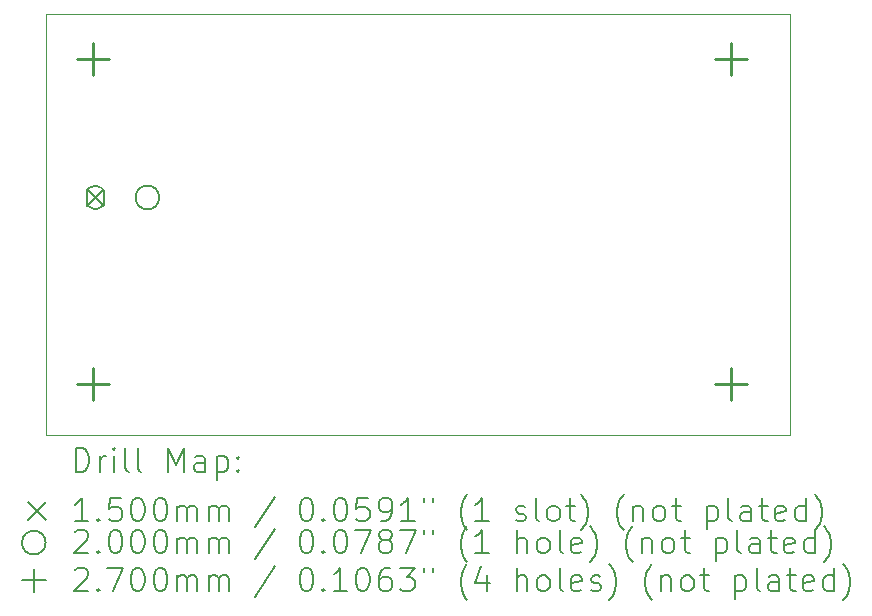
<source format=gbr>
%TF.GenerationSoftware,KiCad,Pcbnew,6.0.9+dfsg-1~bpo11+1*%
%TF.CreationDate,2022-12-16T11:25:31+00:00*%
%TF.ProjectId,t1,74312e6b-6963-4616-945f-706362585858,${git_hash}*%
%TF.SameCoordinates,Original*%
%TF.FileFunction,Drillmap*%
%TF.FilePolarity,Positive*%
%FSLAX45Y45*%
G04 Gerber Fmt 4.5, Leading zero omitted, Abs format (unit mm)*
G04 Created by KiCad (PCBNEW 6.0.9+dfsg-1~bpo11+1) date 2022-12-16 11:25:31*
%MOMM*%
%LPD*%
G01*
G04 APERTURE LIST*
%ADD10C,0.050000*%
%ADD11C,0.200000*%
%ADD12C,0.150000*%
%ADD13C,0.270000*%
G04 APERTURE END LIST*
D10*
X11900000Y-10130000D02*
X18200000Y-10130000D01*
X18200000Y-10130000D02*
X18200000Y-6570000D01*
X11900000Y-6570000D02*
X11900000Y-10130000D01*
X18200000Y-6570000D02*
X11900000Y-6570000D01*
D11*
D12*
X12245000Y-8045000D02*
X12395000Y-8195000D01*
X12395000Y-8045000D02*
X12245000Y-8195000D01*
D11*
X12395000Y-8145000D02*
X12395000Y-8095000D01*
X12245000Y-8145000D02*
X12245000Y-8095000D01*
X12395000Y-8095000D02*
G75*
G03*
X12245000Y-8095000I-75000J0D01*
G01*
X12245000Y-8145000D02*
G75*
G03*
X12395000Y-8145000I75000J0D01*
G01*
X12860000Y-8120000D02*
G75*
G03*
X12860000Y-8120000I-100000J0D01*
G01*
D13*
X12300000Y-6815000D02*
X12300000Y-7085000D01*
X12165000Y-6950000D02*
X12435000Y-6950000D01*
X12300000Y-9565000D02*
X12300000Y-9835000D01*
X12165000Y-9700000D02*
X12435000Y-9700000D01*
X17700000Y-6815000D02*
X17700000Y-7085000D01*
X17565000Y-6950000D02*
X17835000Y-6950000D01*
X17700000Y-9565000D02*
X17700000Y-9835000D01*
X17565000Y-9700000D02*
X17835000Y-9700000D01*
D11*
X12155119Y-10442976D02*
X12155119Y-10242976D01*
X12202738Y-10242976D01*
X12231309Y-10252500D01*
X12250357Y-10271548D01*
X12259881Y-10290595D01*
X12269405Y-10328690D01*
X12269405Y-10357262D01*
X12259881Y-10395357D01*
X12250357Y-10414405D01*
X12231309Y-10433452D01*
X12202738Y-10442976D01*
X12155119Y-10442976D01*
X12355119Y-10442976D02*
X12355119Y-10309643D01*
X12355119Y-10347738D02*
X12364643Y-10328690D01*
X12374167Y-10319167D01*
X12393214Y-10309643D01*
X12412262Y-10309643D01*
X12478928Y-10442976D02*
X12478928Y-10309643D01*
X12478928Y-10242976D02*
X12469405Y-10252500D01*
X12478928Y-10262024D01*
X12488452Y-10252500D01*
X12478928Y-10242976D01*
X12478928Y-10262024D01*
X12602738Y-10442976D02*
X12583690Y-10433452D01*
X12574167Y-10414405D01*
X12574167Y-10242976D01*
X12707500Y-10442976D02*
X12688452Y-10433452D01*
X12678928Y-10414405D01*
X12678928Y-10242976D01*
X12936071Y-10442976D02*
X12936071Y-10242976D01*
X13002738Y-10385833D01*
X13069405Y-10242976D01*
X13069405Y-10442976D01*
X13250357Y-10442976D02*
X13250357Y-10338214D01*
X13240833Y-10319167D01*
X13221786Y-10309643D01*
X13183690Y-10309643D01*
X13164643Y-10319167D01*
X13250357Y-10433452D02*
X13231309Y-10442976D01*
X13183690Y-10442976D01*
X13164643Y-10433452D01*
X13155119Y-10414405D01*
X13155119Y-10395357D01*
X13164643Y-10376310D01*
X13183690Y-10366786D01*
X13231309Y-10366786D01*
X13250357Y-10357262D01*
X13345595Y-10309643D02*
X13345595Y-10509643D01*
X13345595Y-10319167D02*
X13364643Y-10309643D01*
X13402738Y-10309643D01*
X13421786Y-10319167D01*
X13431309Y-10328690D01*
X13440833Y-10347738D01*
X13440833Y-10404881D01*
X13431309Y-10423929D01*
X13421786Y-10433452D01*
X13402738Y-10442976D01*
X13364643Y-10442976D01*
X13345595Y-10433452D01*
X13526548Y-10423929D02*
X13536071Y-10433452D01*
X13526548Y-10442976D01*
X13517024Y-10433452D01*
X13526548Y-10423929D01*
X13526548Y-10442976D01*
X13526548Y-10319167D02*
X13536071Y-10328690D01*
X13526548Y-10338214D01*
X13517024Y-10328690D01*
X13526548Y-10319167D01*
X13526548Y-10338214D01*
D12*
X11747500Y-10697500D02*
X11897500Y-10847500D01*
X11897500Y-10697500D02*
X11747500Y-10847500D01*
D11*
X12259881Y-10862976D02*
X12145595Y-10862976D01*
X12202738Y-10862976D02*
X12202738Y-10662976D01*
X12183690Y-10691548D01*
X12164643Y-10710595D01*
X12145595Y-10720119D01*
X12345595Y-10843929D02*
X12355119Y-10853452D01*
X12345595Y-10862976D01*
X12336071Y-10853452D01*
X12345595Y-10843929D01*
X12345595Y-10862976D01*
X12536071Y-10662976D02*
X12440833Y-10662976D01*
X12431309Y-10758214D01*
X12440833Y-10748690D01*
X12459881Y-10739167D01*
X12507500Y-10739167D01*
X12526548Y-10748690D01*
X12536071Y-10758214D01*
X12545595Y-10777262D01*
X12545595Y-10824881D01*
X12536071Y-10843929D01*
X12526548Y-10853452D01*
X12507500Y-10862976D01*
X12459881Y-10862976D01*
X12440833Y-10853452D01*
X12431309Y-10843929D01*
X12669405Y-10662976D02*
X12688452Y-10662976D01*
X12707500Y-10672500D01*
X12717024Y-10682024D01*
X12726548Y-10701071D01*
X12736071Y-10739167D01*
X12736071Y-10786786D01*
X12726548Y-10824881D01*
X12717024Y-10843929D01*
X12707500Y-10853452D01*
X12688452Y-10862976D01*
X12669405Y-10862976D01*
X12650357Y-10853452D01*
X12640833Y-10843929D01*
X12631309Y-10824881D01*
X12621786Y-10786786D01*
X12621786Y-10739167D01*
X12631309Y-10701071D01*
X12640833Y-10682024D01*
X12650357Y-10672500D01*
X12669405Y-10662976D01*
X12859881Y-10662976D02*
X12878928Y-10662976D01*
X12897976Y-10672500D01*
X12907500Y-10682024D01*
X12917024Y-10701071D01*
X12926548Y-10739167D01*
X12926548Y-10786786D01*
X12917024Y-10824881D01*
X12907500Y-10843929D01*
X12897976Y-10853452D01*
X12878928Y-10862976D01*
X12859881Y-10862976D01*
X12840833Y-10853452D01*
X12831309Y-10843929D01*
X12821786Y-10824881D01*
X12812262Y-10786786D01*
X12812262Y-10739167D01*
X12821786Y-10701071D01*
X12831309Y-10682024D01*
X12840833Y-10672500D01*
X12859881Y-10662976D01*
X13012262Y-10862976D02*
X13012262Y-10729643D01*
X13012262Y-10748690D02*
X13021786Y-10739167D01*
X13040833Y-10729643D01*
X13069405Y-10729643D01*
X13088452Y-10739167D01*
X13097976Y-10758214D01*
X13097976Y-10862976D01*
X13097976Y-10758214D02*
X13107500Y-10739167D01*
X13126548Y-10729643D01*
X13155119Y-10729643D01*
X13174167Y-10739167D01*
X13183690Y-10758214D01*
X13183690Y-10862976D01*
X13278928Y-10862976D02*
X13278928Y-10729643D01*
X13278928Y-10748690D02*
X13288452Y-10739167D01*
X13307500Y-10729643D01*
X13336071Y-10729643D01*
X13355119Y-10739167D01*
X13364643Y-10758214D01*
X13364643Y-10862976D01*
X13364643Y-10758214D02*
X13374167Y-10739167D01*
X13393214Y-10729643D01*
X13421786Y-10729643D01*
X13440833Y-10739167D01*
X13450357Y-10758214D01*
X13450357Y-10862976D01*
X13840833Y-10653452D02*
X13669405Y-10910595D01*
X14097976Y-10662976D02*
X14117024Y-10662976D01*
X14136071Y-10672500D01*
X14145595Y-10682024D01*
X14155119Y-10701071D01*
X14164643Y-10739167D01*
X14164643Y-10786786D01*
X14155119Y-10824881D01*
X14145595Y-10843929D01*
X14136071Y-10853452D01*
X14117024Y-10862976D01*
X14097976Y-10862976D01*
X14078928Y-10853452D01*
X14069405Y-10843929D01*
X14059881Y-10824881D01*
X14050357Y-10786786D01*
X14050357Y-10739167D01*
X14059881Y-10701071D01*
X14069405Y-10682024D01*
X14078928Y-10672500D01*
X14097976Y-10662976D01*
X14250357Y-10843929D02*
X14259881Y-10853452D01*
X14250357Y-10862976D01*
X14240833Y-10853452D01*
X14250357Y-10843929D01*
X14250357Y-10862976D01*
X14383690Y-10662976D02*
X14402738Y-10662976D01*
X14421786Y-10672500D01*
X14431309Y-10682024D01*
X14440833Y-10701071D01*
X14450357Y-10739167D01*
X14450357Y-10786786D01*
X14440833Y-10824881D01*
X14431309Y-10843929D01*
X14421786Y-10853452D01*
X14402738Y-10862976D01*
X14383690Y-10862976D01*
X14364643Y-10853452D01*
X14355119Y-10843929D01*
X14345595Y-10824881D01*
X14336071Y-10786786D01*
X14336071Y-10739167D01*
X14345595Y-10701071D01*
X14355119Y-10682024D01*
X14364643Y-10672500D01*
X14383690Y-10662976D01*
X14631309Y-10662976D02*
X14536071Y-10662976D01*
X14526548Y-10758214D01*
X14536071Y-10748690D01*
X14555119Y-10739167D01*
X14602738Y-10739167D01*
X14621786Y-10748690D01*
X14631309Y-10758214D01*
X14640833Y-10777262D01*
X14640833Y-10824881D01*
X14631309Y-10843929D01*
X14621786Y-10853452D01*
X14602738Y-10862976D01*
X14555119Y-10862976D01*
X14536071Y-10853452D01*
X14526548Y-10843929D01*
X14736071Y-10862976D02*
X14774167Y-10862976D01*
X14793214Y-10853452D01*
X14802738Y-10843929D01*
X14821786Y-10815357D01*
X14831309Y-10777262D01*
X14831309Y-10701071D01*
X14821786Y-10682024D01*
X14812262Y-10672500D01*
X14793214Y-10662976D01*
X14755119Y-10662976D01*
X14736071Y-10672500D01*
X14726548Y-10682024D01*
X14717024Y-10701071D01*
X14717024Y-10748690D01*
X14726548Y-10767738D01*
X14736071Y-10777262D01*
X14755119Y-10786786D01*
X14793214Y-10786786D01*
X14812262Y-10777262D01*
X14821786Y-10767738D01*
X14831309Y-10748690D01*
X15021786Y-10862976D02*
X14907500Y-10862976D01*
X14964643Y-10862976D02*
X14964643Y-10662976D01*
X14945595Y-10691548D01*
X14926548Y-10710595D01*
X14907500Y-10720119D01*
X15097976Y-10662976D02*
X15097976Y-10701071D01*
X15174167Y-10662976D02*
X15174167Y-10701071D01*
X15469405Y-10939167D02*
X15459881Y-10929643D01*
X15440833Y-10901071D01*
X15431309Y-10882024D01*
X15421786Y-10853452D01*
X15412262Y-10805833D01*
X15412262Y-10767738D01*
X15421786Y-10720119D01*
X15431309Y-10691548D01*
X15440833Y-10672500D01*
X15459881Y-10643929D01*
X15469405Y-10634405D01*
X15650357Y-10862976D02*
X15536071Y-10862976D01*
X15593214Y-10862976D02*
X15593214Y-10662976D01*
X15574167Y-10691548D01*
X15555119Y-10710595D01*
X15536071Y-10720119D01*
X15878928Y-10853452D02*
X15897976Y-10862976D01*
X15936071Y-10862976D01*
X15955119Y-10853452D01*
X15964643Y-10834405D01*
X15964643Y-10824881D01*
X15955119Y-10805833D01*
X15936071Y-10796310D01*
X15907500Y-10796310D01*
X15888452Y-10786786D01*
X15878928Y-10767738D01*
X15878928Y-10758214D01*
X15888452Y-10739167D01*
X15907500Y-10729643D01*
X15936071Y-10729643D01*
X15955119Y-10739167D01*
X16078928Y-10862976D02*
X16059881Y-10853452D01*
X16050357Y-10834405D01*
X16050357Y-10662976D01*
X16183690Y-10862976D02*
X16164643Y-10853452D01*
X16155119Y-10843929D01*
X16145595Y-10824881D01*
X16145595Y-10767738D01*
X16155119Y-10748690D01*
X16164643Y-10739167D01*
X16183690Y-10729643D01*
X16212262Y-10729643D01*
X16231309Y-10739167D01*
X16240833Y-10748690D01*
X16250357Y-10767738D01*
X16250357Y-10824881D01*
X16240833Y-10843929D01*
X16231309Y-10853452D01*
X16212262Y-10862976D01*
X16183690Y-10862976D01*
X16307500Y-10729643D02*
X16383690Y-10729643D01*
X16336071Y-10662976D02*
X16336071Y-10834405D01*
X16345595Y-10853452D01*
X16364643Y-10862976D01*
X16383690Y-10862976D01*
X16431309Y-10939167D02*
X16440833Y-10929643D01*
X16459881Y-10901071D01*
X16469405Y-10882024D01*
X16478928Y-10853452D01*
X16488452Y-10805833D01*
X16488452Y-10767738D01*
X16478928Y-10720119D01*
X16469405Y-10691548D01*
X16459881Y-10672500D01*
X16440833Y-10643929D01*
X16431309Y-10634405D01*
X16793214Y-10939167D02*
X16783690Y-10929643D01*
X16764643Y-10901071D01*
X16755119Y-10882024D01*
X16745595Y-10853452D01*
X16736071Y-10805833D01*
X16736071Y-10767738D01*
X16745595Y-10720119D01*
X16755119Y-10691548D01*
X16764643Y-10672500D01*
X16783690Y-10643929D01*
X16793214Y-10634405D01*
X16869405Y-10729643D02*
X16869405Y-10862976D01*
X16869405Y-10748690D02*
X16878929Y-10739167D01*
X16897976Y-10729643D01*
X16926548Y-10729643D01*
X16945595Y-10739167D01*
X16955119Y-10758214D01*
X16955119Y-10862976D01*
X17078929Y-10862976D02*
X17059881Y-10853452D01*
X17050357Y-10843929D01*
X17040833Y-10824881D01*
X17040833Y-10767738D01*
X17050357Y-10748690D01*
X17059881Y-10739167D01*
X17078929Y-10729643D01*
X17107500Y-10729643D01*
X17126548Y-10739167D01*
X17136071Y-10748690D01*
X17145595Y-10767738D01*
X17145595Y-10824881D01*
X17136071Y-10843929D01*
X17126548Y-10853452D01*
X17107500Y-10862976D01*
X17078929Y-10862976D01*
X17202738Y-10729643D02*
X17278929Y-10729643D01*
X17231310Y-10662976D02*
X17231310Y-10834405D01*
X17240833Y-10853452D01*
X17259881Y-10862976D01*
X17278929Y-10862976D01*
X17497976Y-10729643D02*
X17497976Y-10929643D01*
X17497976Y-10739167D02*
X17517024Y-10729643D01*
X17555119Y-10729643D01*
X17574167Y-10739167D01*
X17583690Y-10748690D01*
X17593214Y-10767738D01*
X17593214Y-10824881D01*
X17583690Y-10843929D01*
X17574167Y-10853452D01*
X17555119Y-10862976D01*
X17517024Y-10862976D01*
X17497976Y-10853452D01*
X17707500Y-10862976D02*
X17688452Y-10853452D01*
X17678929Y-10834405D01*
X17678929Y-10662976D01*
X17869405Y-10862976D02*
X17869405Y-10758214D01*
X17859881Y-10739167D01*
X17840833Y-10729643D01*
X17802738Y-10729643D01*
X17783690Y-10739167D01*
X17869405Y-10853452D02*
X17850357Y-10862976D01*
X17802738Y-10862976D01*
X17783690Y-10853452D01*
X17774167Y-10834405D01*
X17774167Y-10815357D01*
X17783690Y-10796310D01*
X17802738Y-10786786D01*
X17850357Y-10786786D01*
X17869405Y-10777262D01*
X17936071Y-10729643D02*
X18012262Y-10729643D01*
X17964643Y-10662976D02*
X17964643Y-10834405D01*
X17974167Y-10853452D01*
X17993214Y-10862976D01*
X18012262Y-10862976D01*
X18155119Y-10853452D02*
X18136071Y-10862976D01*
X18097976Y-10862976D01*
X18078929Y-10853452D01*
X18069405Y-10834405D01*
X18069405Y-10758214D01*
X18078929Y-10739167D01*
X18097976Y-10729643D01*
X18136071Y-10729643D01*
X18155119Y-10739167D01*
X18164643Y-10758214D01*
X18164643Y-10777262D01*
X18069405Y-10796310D01*
X18336071Y-10862976D02*
X18336071Y-10662976D01*
X18336071Y-10853452D02*
X18317024Y-10862976D01*
X18278929Y-10862976D01*
X18259881Y-10853452D01*
X18250357Y-10843929D01*
X18240833Y-10824881D01*
X18240833Y-10767738D01*
X18250357Y-10748690D01*
X18259881Y-10739167D01*
X18278929Y-10729643D01*
X18317024Y-10729643D01*
X18336071Y-10739167D01*
X18412262Y-10939167D02*
X18421786Y-10929643D01*
X18440833Y-10901071D01*
X18450357Y-10882024D01*
X18459881Y-10853452D01*
X18469405Y-10805833D01*
X18469405Y-10767738D01*
X18459881Y-10720119D01*
X18450357Y-10691548D01*
X18440833Y-10672500D01*
X18421786Y-10643929D01*
X18412262Y-10634405D01*
X11897500Y-11042500D02*
G75*
G03*
X11897500Y-11042500I-100000J0D01*
G01*
X12145595Y-10952024D02*
X12155119Y-10942500D01*
X12174167Y-10932976D01*
X12221786Y-10932976D01*
X12240833Y-10942500D01*
X12250357Y-10952024D01*
X12259881Y-10971071D01*
X12259881Y-10990119D01*
X12250357Y-11018690D01*
X12136071Y-11132976D01*
X12259881Y-11132976D01*
X12345595Y-11113929D02*
X12355119Y-11123452D01*
X12345595Y-11132976D01*
X12336071Y-11123452D01*
X12345595Y-11113929D01*
X12345595Y-11132976D01*
X12478928Y-10932976D02*
X12497976Y-10932976D01*
X12517024Y-10942500D01*
X12526548Y-10952024D01*
X12536071Y-10971071D01*
X12545595Y-11009167D01*
X12545595Y-11056786D01*
X12536071Y-11094881D01*
X12526548Y-11113929D01*
X12517024Y-11123452D01*
X12497976Y-11132976D01*
X12478928Y-11132976D01*
X12459881Y-11123452D01*
X12450357Y-11113929D01*
X12440833Y-11094881D01*
X12431309Y-11056786D01*
X12431309Y-11009167D01*
X12440833Y-10971071D01*
X12450357Y-10952024D01*
X12459881Y-10942500D01*
X12478928Y-10932976D01*
X12669405Y-10932976D02*
X12688452Y-10932976D01*
X12707500Y-10942500D01*
X12717024Y-10952024D01*
X12726548Y-10971071D01*
X12736071Y-11009167D01*
X12736071Y-11056786D01*
X12726548Y-11094881D01*
X12717024Y-11113929D01*
X12707500Y-11123452D01*
X12688452Y-11132976D01*
X12669405Y-11132976D01*
X12650357Y-11123452D01*
X12640833Y-11113929D01*
X12631309Y-11094881D01*
X12621786Y-11056786D01*
X12621786Y-11009167D01*
X12631309Y-10971071D01*
X12640833Y-10952024D01*
X12650357Y-10942500D01*
X12669405Y-10932976D01*
X12859881Y-10932976D02*
X12878928Y-10932976D01*
X12897976Y-10942500D01*
X12907500Y-10952024D01*
X12917024Y-10971071D01*
X12926548Y-11009167D01*
X12926548Y-11056786D01*
X12917024Y-11094881D01*
X12907500Y-11113929D01*
X12897976Y-11123452D01*
X12878928Y-11132976D01*
X12859881Y-11132976D01*
X12840833Y-11123452D01*
X12831309Y-11113929D01*
X12821786Y-11094881D01*
X12812262Y-11056786D01*
X12812262Y-11009167D01*
X12821786Y-10971071D01*
X12831309Y-10952024D01*
X12840833Y-10942500D01*
X12859881Y-10932976D01*
X13012262Y-11132976D02*
X13012262Y-10999643D01*
X13012262Y-11018690D02*
X13021786Y-11009167D01*
X13040833Y-10999643D01*
X13069405Y-10999643D01*
X13088452Y-11009167D01*
X13097976Y-11028214D01*
X13097976Y-11132976D01*
X13097976Y-11028214D02*
X13107500Y-11009167D01*
X13126548Y-10999643D01*
X13155119Y-10999643D01*
X13174167Y-11009167D01*
X13183690Y-11028214D01*
X13183690Y-11132976D01*
X13278928Y-11132976D02*
X13278928Y-10999643D01*
X13278928Y-11018690D02*
X13288452Y-11009167D01*
X13307500Y-10999643D01*
X13336071Y-10999643D01*
X13355119Y-11009167D01*
X13364643Y-11028214D01*
X13364643Y-11132976D01*
X13364643Y-11028214D02*
X13374167Y-11009167D01*
X13393214Y-10999643D01*
X13421786Y-10999643D01*
X13440833Y-11009167D01*
X13450357Y-11028214D01*
X13450357Y-11132976D01*
X13840833Y-10923452D02*
X13669405Y-11180595D01*
X14097976Y-10932976D02*
X14117024Y-10932976D01*
X14136071Y-10942500D01*
X14145595Y-10952024D01*
X14155119Y-10971071D01*
X14164643Y-11009167D01*
X14164643Y-11056786D01*
X14155119Y-11094881D01*
X14145595Y-11113929D01*
X14136071Y-11123452D01*
X14117024Y-11132976D01*
X14097976Y-11132976D01*
X14078928Y-11123452D01*
X14069405Y-11113929D01*
X14059881Y-11094881D01*
X14050357Y-11056786D01*
X14050357Y-11009167D01*
X14059881Y-10971071D01*
X14069405Y-10952024D01*
X14078928Y-10942500D01*
X14097976Y-10932976D01*
X14250357Y-11113929D02*
X14259881Y-11123452D01*
X14250357Y-11132976D01*
X14240833Y-11123452D01*
X14250357Y-11113929D01*
X14250357Y-11132976D01*
X14383690Y-10932976D02*
X14402738Y-10932976D01*
X14421786Y-10942500D01*
X14431309Y-10952024D01*
X14440833Y-10971071D01*
X14450357Y-11009167D01*
X14450357Y-11056786D01*
X14440833Y-11094881D01*
X14431309Y-11113929D01*
X14421786Y-11123452D01*
X14402738Y-11132976D01*
X14383690Y-11132976D01*
X14364643Y-11123452D01*
X14355119Y-11113929D01*
X14345595Y-11094881D01*
X14336071Y-11056786D01*
X14336071Y-11009167D01*
X14345595Y-10971071D01*
X14355119Y-10952024D01*
X14364643Y-10942500D01*
X14383690Y-10932976D01*
X14517024Y-10932976D02*
X14650357Y-10932976D01*
X14564643Y-11132976D01*
X14755119Y-11018690D02*
X14736071Y-11009167D01*
X14726548Y-10999643D01*
X14717024Y-10980595D01*
X14717024Y-10971071D01*
X14726548Y-10952024D01*
X14736071Y-10942500D01*
X14755119Y-10932976D01*
X14793214Y-10932976D01*
X14812262Y-10942500D01*
X14821786Y-10952024D01*
X14831309Y-10971071D01*
X14831309Y-10980595D01*
X14821786Y-10999643D01*
X14812262Y-11009167D01*
X14793214Y-11018690D01*
X14755119Y-11018690D01*
X14736071Y-11028214D01*
X14726548Y-11037738D01*
X14717024Y-11056786D01*
X14717024Y-11094881D01*
X14726548Y-11113929D01*
X14736071Y-11123452D01*
X14755119Y-11132976D01*
X14793214Y-11132976D01*
X14812262Y-11123452D01*
X14821786Y-11113929D01*
X14831309Y-11094881D01*
X14831309Y-11056786D01*
X14821786Y-11037738D01*
X14812262Y-11028214D01*
X14793214Y-11018690D01*
X14897976Y-10932976D02*
X15031309Y-10932976D01*
X14945595Y-11132976D01*
X15097976Y-10932976D02*
X15097976Y-10971071D01*
X15174167Y-10932976D02*
X15174167Y-10971071D01*
X15469405Y-11209167D02*
X15459881Y-11199643D01*
X15440833Y-11171071D01*
X15431309Y-11152024D01*
X15421786Y-11123452D01*
X15412262Y-11075833D01*
X15412262Y-11037738D01*
X15421786Y-10990119D01*
X15431309Y-10961548D01*
X15440833Y-10942500D01*
X15459881Y-10913929D01*
X15469405Y-10904405D01*
X15650357Y-11132976D02*
X15536071Y-11132976D01*
X15593214Y-11132976D02*
X15593214Y-10932976D01*
X15574167Y-10961548D01*
X15555119Y-10980595D01*
X15536071Y-10990119D01*
X15888452Y-11132976D02*
X15888452Y-10932976D01*
X15974167Y-11132976D02*
X15974167Y-11028214D01*
X15964643Y-11009167D01*
X15945595Y-10999643D01*
X15917024Y-10999643D01*
X15897976Y-11009167D01*
X15888452Y-11018690D01*
X16097976Y-11132976D02*
X16078928Y-11123452D01*
X16069405Y-11113929D01*
X16059881Y-11094881D01*
X16059881Y-11037738D01*
X16069405Y-11018690D01*
X16078928Y-11009167D01*
X16097976Y-10999643D01*
X16126548Y-10999643D01*
X16145595Y-11009167D01*
X16155119Y-11018690D01*
X16164643Y-11037738D01*
X16164643Y-11094881D01*
X16155119Y-11113929D01*
X16145595Y-11123452D01*
X16126548Y-11132976D01*
X16097976Y-11132976D01*
X16278928Y-11132976D02*
X16259881Y-11123452D01*
X16250357Y-11104405D01*
X16250357Y-10932976D01*
X16431309Y-11123452D02*
X16412262Y-11132976D01*
X16374167Y-11132976D01*
X16355119Y-11123452D01*
X16345595Y-11104405D01*
X16345595Y-11028214D01*
X16355119Y-11009167D01*
X16374167Y-10999643D01*
X16412262Y-10999643D01*
X16431309Y-11009167D01*
X16440833Y-11028214D01*
X16440833Y-11047262D01*
X16345595Y-11066310D01*
X16507500Y-11209167D02*
X16517024Y-11199643D01*
X16536071Y-11171071D01*
X16545595Y-11152024D01*
X16555119Y-11123452D01*
X16564643Y-11075833D01*
X16564643Y-11037738D01*
X16555119Y-10990119D01*
X16545595Y-10961548D01*
X16536071Y-10942500D01*
X16517024Y-10913929D01*
X16507500Y-10904405D01*
X16869405Y-11209167D02*
X16859881Y-11199643D01*
X16840833Y-11171071D01*
X16831310Y-11152024D01*
X16821786Y-11123452D01*
X16812262Y-11075833D01*
X16812262Y-11037738D01*
X16821786Y-10990119D01*
X16831310Y-10961548D01*
X16840833Y-10942500D01*
X16859881Y-10913929D01*
X16869405Y-10904405D01*
X16945595Y-10999643D02*
X16945595Y-11132976D01*
X16945595Y-11018690D02*
X16955119Y-11009167D01*
X16974167Y-10999643D01*
X17002738Y-10999643D01*
X17021786Y-11009167D01*
X17031310Y-11028214D01*
X17031310Y-11132976D01*
X17155119Y-11132976D02*
X17136071Y-11123452D01*
X17126548Y-11113929D01*
X17117024Y-11094881D01*
X17117024Y-11037738D01*
X17126548Y-11018690D01*
X17136071Y-11009167D01*
X17155119Y-10999643D01*
X17183690Y-10999643D01*
X17202738Y-11009167D01*
X17212262Y-11018690D01*
X17221786Y-11037738D01*
X17221786Y-11094881D01*
X17212262Y-11113929D01*
X17202738Y-11123452D01*
X17183690Y-11132976D01*
X17155119Y-11132976D01*
X17278929Y-10999643D02*
X17355119Y-10999643D01*
X17307500Y-10932976D02*
X17307500Y-11104405D01*
X17317024Y-11123452D01*
X17336071Y-11132976D01*
X17355119Y-11132976D01*
X17574167Y-10999643D02*
X17574167Y-11199643D01*
X17574167Y-11009167D02*
X17593214Y-10999643D01*
X17631310Y-10999643D01*
X17650357Y-11009167D01*
X17659881Y-11018690D01*
X17669405Y-11037738D01*
X17669405Y-11094881D01*
X17659881Y-11113929D01*
X17650357Y-11123452D01*
X17631310Y-11132976D01*
X17593214Y-11132976D01*
X17574167Y-11123452D01*
X17783690Y-11132976D02*
X17764643Y-11123452D01*
X17755119Y-11104405D01*
X17755119Y-10932976D01*
X17945595Y-11132976D02*
X17945595Y-11028214D01*
X17936071Y-11009167D01*
X17917024Y-10999643D01*
X17878929Y-10999643D01*
X17859881Y-11009167D01*
X17945595Y-11123452D02*
X17926548Y-11132976D01*
X17878929Y-11132976D01*
X17859881Y-11123452D01*
X17850357Y-11104405D01*
X17850357Y-11085357D01*
X17859881Y-11066310D01*
X17878929Y-11056786D01*
X17926548Y-11056786D01*
X17945595Y-11047262D01*
X18012262Y-10999643D02*
X18088452Y-10999643D01*
X18040833Y-10932976D02*
X18040833Y-11104405D01*
X18050357Y-11123452D01*
X18069405Y-11132976D01*
X18088452Y-11132976D01*
X18231310Y-11123452D02*
X18212262Y-11132976D01*
X18174167Y-11132976D01*
X18155119Y-11123452D01*
X18145595Y-11104405D01*
X18145595Y-11028214D01*
X18155119Y-11009167D01*
X18174167Y-10999643D01*
X18212262Y-10999643D01*
X18231310Y-11009167D01*
X18240833Y-11028214D01*
X18240833Y-11047262D01*
X18145595Y-11066310D01*
X18412262Y-11132976D02*
X18412262Y-10932976D01*
X18412262Y-11123452D02*
X18393214Y-11132976D01*
X18355119Y-11132976D01*
X18336071Y-11123452D01*
X18326548Y-11113929D01*
X18317024Y-11094881D01*
X18317024Y-11037738D01*
X18326548Y-11018690D01*
X18336071Y-11009167D01*
X18355119Y-10999643D01*
X18393214Y-10999643D01*
X18412262Y-11009167D01*
X18488452Y-11209167D02*
X18497976Y-11199643D01*
X18517024Y-11171071D01*
X18526548Y-11152024D01*
X18536071Y-11123452D01*
X18545595Y-11075833D01*
X18545595Y-11037738D01*
X18536071Y-10990119D01*
X18526548Y-10961548D01*
X18517024Y-10942500D01*
X18497976Y-10913929D01*
X18488452Y-10904405D01*
X11797500Y-11262500D02*
X11797500Y-11462500D01*
X11697500Y-11362500D02*
X11897500Y-11362500D01*
X12145595Y-11272024D02*
X12155119Y-11262500D01*
X12174167Y-11252976D01*
X12221786Y-11252976D01*
X12240833Y-11262500D01*
X12250357Y-11272024D01*
X12259881Y-11291071D01*
X12259881Y-11310119D01*
X12250357Y-11338690D01*
X12136071Y-11452976D01*
X12259881Y-11452976D01*
X12345595Y-11433928D02*
X12355119Y-11443452D01*
X12345595Y-11452976D01*
X12336071Y-11443452D01*
X12345595Y-11433928D01*
X12345595Y-11452976D01*
X12421786Y-11252976D02*
X12555119Y-11252976D01*
X12469405Y-11452976D01*
X12669405Y-11252976D02*
X12688452Y-11252976D01*
X12707500Y-11262500D01*
X12717024Y-11272024D01*
X12726548Y-11291071D01*
X12736071Y-11329167D01*
X12736071Y-11376786D01*
X12726548Y-11414881D01*
X12717024Y-11433928D01*
X12707500Y-11443452D01*
X12688452Y-11452976D01*
X12669405Y-11452976D01*
X12650357Y-11443452D01*
X12640833Y-11433928D01*
X12631309Y-11414881D01*
X12621786Y-11376786D01*
X12621786Y-11329167D01*
X12631309Y-11291071D01*
X12640833Y-11272024D01*
X12650357Y-11262500D01*
X12669405Y-11252976D01*
X12859881Y-11252976D02*
X12878928Y-11252976D01*
X12897976Y-11262500D01*
X12907500Y-11272024D01*
X12917024Y-11291071D01*
X12926548Y-11329167D01*
X12926548Y-11376786D01*
X12917024Y-11414881D01*
X12907500Y-11433928D01*
X12897976Y-11443452D01*
X12878928Y-11452976D01*
X12859881Y-11452976D01*
X12840833Y-11443452D01*
X12831309Y-11433928D01*
X12821786Y-11414881D01*
X12812262Y-11376786D01*
X12812262Y-11329167D01*
X12821786Y-11291071D01*
X12831309Y-11272024D01*
X12840833Y-11262500D01*
X12859881Y-11252976D01*
X13012262Y-11452976D02*
X13012262Y-11319643D01*
X13012262Y-11338690D02*
X13021786Y-11329167D01*
X13040833Y-11319643D01*
X13069405Y-11319643D01*
X13088452Y-11329167D01*
X13097976Y-11348214D01*
X13097976Y-11452976D01*
X13097976Y-11348214D02*
X13107500Y-11329167D01*
X13126548Y-11319643D01*
X13155119Y-11319643D01*
X13174167Y-11329167D01*
X13183690Y-11348214D01*
X13183690Y-11452976D01*
X13278928Y-11452976D02*
X13278928Y-11319643D01*
X13278928Y-11338690D02*
X13288452Y-11329167D01*
X13307500Y-11319643D01*
X13336071Y-11319643D01*
X13355119Y-11329167D01*
X13364643Y-11348214D01*
X13364643Y-11452976D01*
X13364643Y-11348214D02*
X13374167Y-11329167D01*
X13393214Y-11319643D01*
X13421786Y-11319643D01*
X13440833Y-11329167D01*
X13450357Y-11348214D01*
X13450357Y-11452976D01*
X13840833Y-11243452D02*
X13669405Y-11500595D01*
X14097976Y-11252976D02*
X14117024Y-11252976D01*
X14136071Y-11262500D01*
X14145595Y-11272024D01*
X14155119Y-11291071D01*
X14164643Y-11329167D01*
X14164643Y-11376786D01*
X14155119Y-11414881D01*
X14145595Y-11433928D01*
X14136071Y-11443452D01*
X14117024Y-11452976D01*
X14097976Y-11452976D01*
X14078928Y-11443452D01*
X14069405Y-11433928D01*
X14059881Y-11414881D01*
X14050357Y-11376786D01*
X14050357Y-11329167D01*
X14059881Y-11291071D01*
X14069405Y-11272024D01*
X14078928Y-11262500D01*
X14097976Y-11252976D01*
X14250357Y-11433928D02*
X14259881Y-11443452D01*
X14250357Y-11452976D01*
X14240833Y-11443452D01*
X14250357Y-11433928D01*
X14250357Y-11452976D01*
X14450357Y-11452976D02*
X14336071Y-11452976D01*
X14393214Y-11452976D02*
X14393214Y-11252976D01*
X14374167Y-11281548D01*
X14355119Y-11300595D01*
X14336071Y-11310119D01*
X14574167Y-11252976D02*
X14593214Y-11252976D01*
X14612262Y-11262500D01*
X14621786Y-11272024D01*
X14631309Y-11291071D01*
X14640833Y-11329167D01*
X14640833Y-11376786D01*
X14631309Y-11414881D01*
X14621786Y-11433928D01*
X14612262Y-11443452D01*
X14593214Y-11452976D01*
X14574167Y-11452976D01*
X14555119Y-11443452D01*
X14545595Y-11433928D01*
X14536071Y-11414881D01*
X14526548Y-11376786D01*
X14526548Y-11329167D01*
X14536071Y-11291071D01*
X14545595Y-11272024D01*
X14555119Y-11262500D01*
X14574167Y-11252976D01*
X14812262Y-11252976D02*
X14774167Y-11252976D01*
X14755119Y-11262500D01*
X14745595Y-11272024D01*
X14726548Y-11300595D01*
X14717024Y-11338690D01*
X14717024Y-11414881D01*
X14726548Y-11433928D01*
X14736071Y-11443452D01*
X14755119Y-11452976D01*
X14793214Y-11452976D01*
X14812262Y-11443452D01*
X14821786Y-11433928D01*
X14831309Y-11414881D01*
X14831309Y-11367262D01*
X14821786Y-11348214D01*
X14812262Y-11338690D01*
X14793214Y-11329167D01*
X14755119Y-11329167D01*
X14736071Y-11338690D01*
X14726548Y-11348214D01*
X14717024Y-11367262D01*
X14897976Y-11252976D02*
X15021786Y-11252976D01*
X14955119Y-11329167D01*
X14983690Y-11329167D01*
X15002738Y-11338690D01*
X15012262Y-11348214D01*
X15021786Y-11367262D01*
X15021786Y-11414881D01*
X15012262Y-11433928D01*
X15002738Y-11443452D01*
X14983690Y-11452976D01*
X14926548Y-11452976D01*
X14907500Y-11443452D01*
X14897976Y-11433928D01*
X15097976Y-11252976D02*
X15097976Y-11291071D01*
X15174167Y-11252976D02*
X15174167Y-11291071D01*
X15469405Y-11529167D02*
X15459881Y-11519643D01*
X15440833Y-11491071D01*
X15431309Y-11472024D01*
X15421786Y-11443452D01*
X15412262Y-11395833D01*
X15412262Y-11357738D01*
X15421786Y-11310119D01*
X15431309Y-11281548D01*
X15440833Y-11262500D01*
X15459881Y-11233928D01*
X15469405Y-11224405D01*
X15631309Y-11319643D02*
X15631309Y-11452976D01*
X15583690Y-11243452D02*
X15536071Y-11386309D01*
X15659881Y-11386309D01*
X15888452Y-11452976D02*
X15888452Y-11252976D01*
X15974167Y-11452976D02*
X15974167Y-11348214D01*
X15964643Y-11329167D01*
X15945595Y-11319643D01*
X15917024Y-11319643D01*
X15897976Y-11329167D01*
X15888452Y-11338690D01*
X16097976Y-11452976D02*
X16078928Y-11443452D01*
X16069405Y-11433928D01*
X16059881Y-11414881D01*
X16059881Y-11357738D01*
X16069405Y-11338690D01*
X16078928Y-11329167D01*
X16097976Y-11319643D01*
X16126548Y-11319643D01*
X16145595Y-11329167D01*
X16155119Y-11338690D01*
X16164643Y-11357738D01*
X16164643Y-11414881D01*
X16155119Y-11433928D01*
X16145595Y-11443452D01*
X16126548Y-11452976D01*
X16097976Y-11452976D01*
X16278928Y-11452976D02*
X16259881Y-11443452D01*
X16250357Y-11424405D01*
X16250357Y-11252976D01*
X16431309Y-11443452D02*
X16412262Y-11452976D01*
X16374167Y-11452976D01*
X16355119Y-11443452D01*
X16345595Y-11424405D01*
X16345595Y-11348214D01*
X16355119Y-11329167D01*
X16374167Y-11319643D01*
X16412262Y-11319643D01*
X16431309Y-11329167D01*
X16440833Y-11348214D01*
X16440833Y-11367262D01*
X16345595Y-11386309D01*
X16517024Y-11443452D02*
X16536071Y-11452976D01*
X16574167Y-11452976D01*
X16593214Y-11443452D01*
X16602738Y-11424405D01*
X16602738Y-11414881D01*
X16593214Y-11395833D01*
X16574167Y-11386309D01*
X16545595Y-11386309D01*
X16526548Y-11376786D01*
X16517024Y-11357738D01*
X16517024Y-11348214D01*
X16526548Y-11329167D01*
X16545595Y-11319643D01*
X16574167Y-11319643D01*
X16593214Y-11329167D01*
X16669405Y-11529167D02*
X16678928Y-11519643D01*
X16697976Y-11491071D01*
X16707500Y-11472024D01*
X16717024Y-11443452D01*
X16726548Y-11395833D01*
X16726548Y-11357738D01*
X16717024Y-11310119D01*
X16707500Y-11281548D01*
X16697976Y-11262500D01*
X16678928Y-11233928D01*
X16669405Y-11224405D01*
X17031310Y-11529167D02*
X17021786Y-11519643D01*
X17002738Y-11491071D01*
X16993214Y-11472024D01*
X16983690Y-11443452D01*
X16974167Y-11395833D01*
X16974167Y-11357738D01*
X16983690Y-11310119D01*
X16993214Y-11281548D01*
X17002738Y-11262500D01*
X17021786Y-11233928D01*
X17031310Y-11224405D01*
X17107500Y-11319643D02*
X17107500Y-11452976D01*
X17107500Y-11338690D02*
X17117024Y-11329167D01*
X17136071Y-11319643D01*
X17164643Y-11319643D01*
X17183690Y-11329167D01*
X17193214Y-11348214D01*
X17193214Y-11452976D01*
X17317024Y-11452976D02*
X17297976Y-11443452D01*
X17288452Y-11433928D01*
X17278929Y-11414881D01*
X17278929Y-11357738D01*
X17288452Y-11338690D01*
X17297976Y-11329167D01*
X17317024Y-11319643D01*
X17345595Y-11319643D01*
X17364643Y-11329167D01*
X17374167Y-11338690D01*
X17383690Y-11357738D01*
X17383690Y-11414881D01*
X17374167Y-11433928D01*
X17364643Y-11443452D01*
X17345595Y-11452976D01*
X17317024Y-11452976D01*
X17440833Y-11319643D02*
X17517024Y-11319643D01*
X17469405Y-11252976D02*
X17469405Y-11424405D01*
X17478929Y-11443452D01*
X17497976Y-11452976D01*
X17517024Y-11452976D01*
X17736071Y-11319643D02*
X17736071Y-11519643D01*
X17736071Y-11329167D02*
X17755119Y-11319643D01*
X17793214Y-11319643D01*
X17812262Y-11329167D01*
X17821786Y-11338690D01*
X17831310Y-11357738D01*
X17831310Y-11414881D01*
X17821786Y-11433928D01*
X17812262Y-11443452D01*
X17793214Y-11452976D01*
X17755119Y-11452976D01*
X17736071Y-11443452D01*
X17945595Y-11452976D02*
X17926548Y-11443452D01*
X17917024Y-11424405D01*
X17917024Y-11252976D01*
X18107500Y-11452976D02*
X18107500Y-11348214D01*
X18097976Y-11329167D01*
X18078929Y-11319643D01*
X18040833Y-11319643D01*
X18021786Y-11329167D01*
X18107500Y-11443452D02*
X18088452Y-11452976D01*
X18040833Y-11452976D01*
X18021786Y-11443452D01*
X18012262Y-11424405D01*
X18012262Y-11405357D01*
X18021786Y-11386309D01*
X18040833Y-11376786D01*
X18088452Y-11376786D01*
X18107500Y-11367262D01*
X18174167Y-11319643D02*
X18250357Y-11319643D01*
X18202738Y-11252976D02*
X18202738Y-11424405D01*
X18212262Y-11443452D01*
X18231310Y-11452976D01*
X18250357Y-11452976D01*
X18393214Y-11443452D02*
X18374167Y-11452976D01*
X18336071Y-11452976D01*
X18317024Y-11443452D01*
X18307500Y-11424405D01*
X18307500Y-11348214D01*
X18317024Y-11329167D01*
X18336071Y-11319643D01*
X18374167Y-11319643D01*
X18393214Y-11329167D01*
X18402738Y-11348214D01*
X18402738Y-11367262D01*
X18307500Y-11386309D01*
X18574167Y-11452976D02*
X18574167Y-11252976D01*
X18574167Y-11443452D02*
X18555119Y-11452976D01*
X18517024Y-11452976D01*
X18497976Y-11443452D01*
X18488452Y-11433928D01*
X18478929Y-11414881D01*
X18478929Y-11357738D01*
X18488452Y-11338690D01*
X18497976Y-11329167D01*
X18517024Y-11319643D01*
X18555119Y-11319643D01*
X18574167Y-11329167D01*
X18650357Y-11529167D02*
X18659881Y-11519643D01*
X18678929Y-11491071D01*
X18688452Y-11472024D01*
X18697976Y-11443452D01*
X18707500Y-11395833D01*
X18707500Y-11357738D01*
X18697976Y-11310119D01*
X18688452Y-11281548D01*
X18678929Y-11262500D01*
X18659881Y-11233928D01*
X18650357Y-11224405D01*
M02*

</source>
